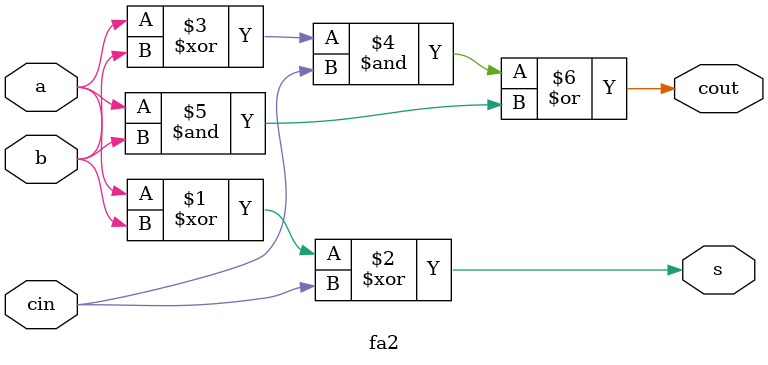
<source format=v>
module fa2(s,cout,a,b,cin);
input a,b,cin;
output s,cout;

assign s=(a^b^cin);
assign cout=((a^b)&cin)|(a&b);
endmodule

</source>
